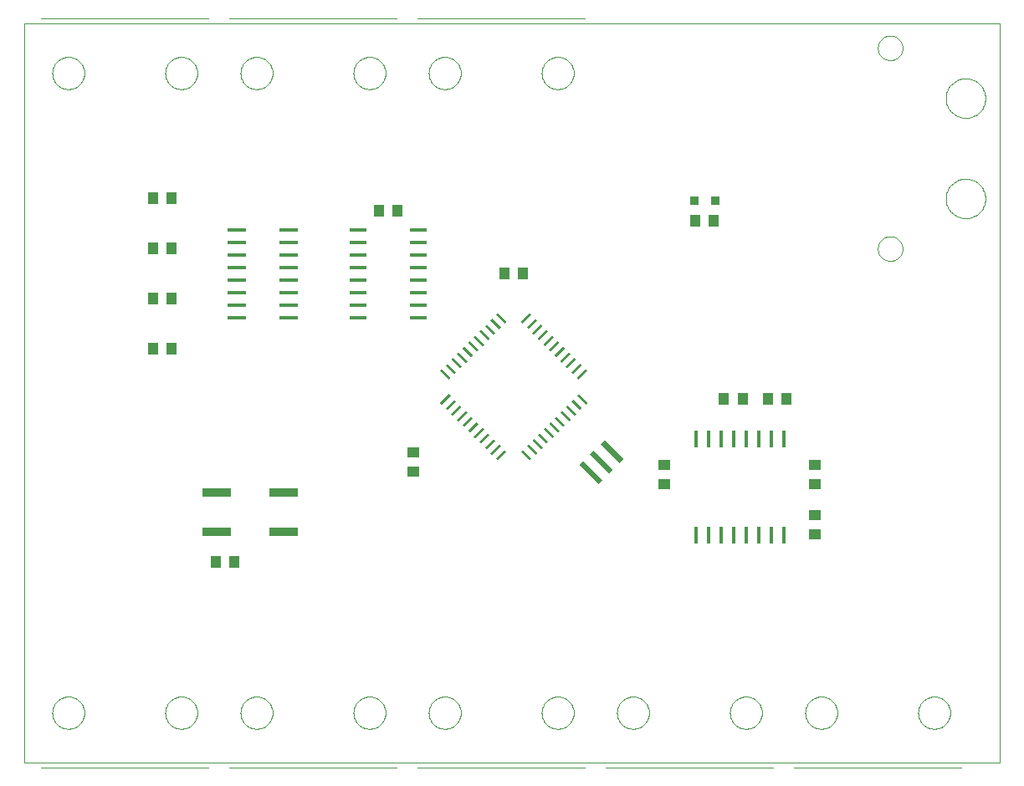
<source format=gtp>
G75*
%MOIN*%
%OFA0B0*%
%FSLAX24Y24*%
%IPPOS*%
%LPD*%
%AMOC8*
5,1,8,0,0,1.08239X$1,22.5*
%
%ADD10C,0.0000*%
%ADD11R,0.1081X0.0215*%
%ADD12R,0.0160X0.0700*%
%ADD13R,0.0491X0.0412*%
%ADD14R,0.0412X0.0491*%
%ADD15R,0.0700X0.0160*%
%ADD16R,0.1160X0.0372*%
%ADD17C,0.0004*%
%ADD18R,0.0491X0.0097*%
%ADD19R,0.0097X0.0491*%
%ADD20R,0.0766X0.0136*%
%ADD21R,0.0372X0.0372*%
D10*
X000150Y001204D02*
X000150Y030700D01*
X039020Y030700D01*
X039020Y001204D01*
X000150Y001204D01*
X001260Y003204D02*
X001262Y003254D01*
X001268Y003304D01*
X001278Y003353D01*
X001291Y003402D01*
X001309Y003449D01*
X001330Y003495D01*
X001354Y003538D01*
X001382Y003580D01*
X001413Y003620D01*
X001447Y003657D01*
X001484Y003691D01*
X001524Y003722D01*
X001566Y003750D01*
X001609Y003774D01*
X001655Y003795D01*
X001702Y003813D01*
X001751Y003826D01*
X001800Y003836D01*
X001850Y003842D01*
X001900Y003844D01*
X001950Y003842D01*
X002000Y003836D01*
X002049Y003826D01*
X002098Y003813D01*
X002145Y003795D01*
X002191Y003774D01*
X002234Y003750D01*
X002276Y003722D01*
X002316Y003691D01*
X002353Y003657D01*
X002387Y003620D01*
X002418Y003580D01*
X002446Y003538D01*
X002470Y003495D01*
X002491Y003449D01*
X002509Y003402D01*
X002522Y003353D01*
X002532Y003304D01*
X002538Y003254D01*
X002540Y003204D01*
X002538Y003154D01*
X002532Y003104D01*
X002522Y003055D01*
X002509Y003006D01*
X002491Y002959D01*
X002470Y002913D01*
X002446Y002870D01*
X002418Y002828D01*
X002387Y002788D01*
X002353Y002751D01*
X002316Y002717D01*
X002276Y002686D01*
X002234Y002658D01*
X002191Y002634D01*
X002145Y002613D01*
X002098Y002595D01*
X002049Y002582D01*
X002000Y002572D01*
X001950Y002566D01*
X001900Y002564D01*
X001850Y002566D01*
X001800Y002572D01*
X001751Y002582D01*
X001702Y002595D01*
X001655Y002613D01*
X001609Y002634D01*
X001566Y002658D01*
X001524Y002686D01*
X001484Y002717D01*
X001447Y002751D01*
X001413Y002788D01*
X001382Y002828D01*
X001354Y002870D01*
X001330Y002913D01*
X001309Y002959D01*
X001291Y003006D01*
X001278Y003055D01*
X001268Y003104D01*
X001262Y003154D01*
X001260Y003204D01*
X005760Y003204D02*
X005762Y003254D01*
X005768Y003304D01*
X005778Y003353D01*
X005791Y003402D01*
X005809Y003449D01*
X005830Y003495D01*
X005854Y003538D01*
X005882Y003580D01*
X005913Y003620D01*
X005947Y003657D01*
X005984Y003691D01*
X006024Y003722D01*
X006066Y003750D01*
X006109Y003774D01*
X006155Y003795D01*
X006202Y003813D01*
X006251Y003826D01*
X006300Y003836D01*
X006350Y003842D01*
X006400Y003844D01*
X006450Y003842D01*
X006500Y003836D01*
X006549Y003826D01*
X006598Y003813D01*
X006645Y003795D01*
X006691Y003774D01*
X006734Y003750D01*
X006776Y003722D01*
X006816Y003691D01*
X006853Y003657D01*
X006887Y003620D01*
X006918Y003580D01*
X006946Y003538D01*
X006970Y003495D01*
X006991Y003449D01*
X007009Y003402D01*
X007022Y003353D01*
X007032Y003304D01*
X007038Y003254D01*
X007040Y003204D01*
X007038Y003154D01*
X007032Y003104D01*
X007022Y003055D01*
X007009Y003006D01*
X006991Y002959D01*
X006970Y002913D01*
X006946Y002870D01*
X006918Y002828D01*
X006887Y002788D01*
X006853Y002751D01*
X006816Y002717D01*
X006776Y002686D01*
X006734Y002658D01*
X006691Y002634D01*
X006645Y002613D01*
X006598Y002595D01*
X006549Y002582D01*
X006500Y002572D01*
X006450Y002566D01*
X006400Y002564D01*
X006350Y002566D01*
X006300Y002572D01*
X006251Y002582D01*
X006202Y002595D01*
X006155Y002613D01*
X006109Y002634D01*
X006066Y002658D01*
X006024Y002686D01*
X005984Y002717D01*
X005947Y002751D01*
X005913Y002788D01*
X005882Y002828D01*
X005854Y002870D01*
X005830Y002913D01*
X005809Y002959D01*
X005791Y003006D01*
X005778Y003055D01*
X005768Y003104D01*
X005762Y003154D01*
X005760Y003204D01*
X008760Y003204D02*
X008762Y003254D01*
X008768Y003304D01*
X008778Y003353D01*
X008791Y003402D01*
X008809Y003449D01*
X008830Y003495D01*
X008854Y003538D01*
X008882Y003580D01*
X008913Y003620D01*
X008947Y003657D01*
X008984Y003691D01*
X009024Y003722D01*
X009066Y003750D01*
X009109Y003774D01*
X009155Y003795D01*
X009202Y003813D01*
X009251Y003826D01*
X009300Y003836D01*
X009350Y003842D01*
X009400Y003844D01*
X009450Y003842D01*
X009500Y003836D01*
X009549Y003826D01*
X009598Y003813D01*
X009645Y003795D01*
X009691Y003774D01*
X009734Y003750D01*
X009776Y003722D01*
X009816Y003691D01*
X009853Y003657D01*
X009887Y003620D01*
X009918Y003580D01*
X009946Y003538D01*
X009970Y003495D01*
X009991Y003449D01*
X010009Y003402D01*
X010022Y003353D01*
X010032Y003304D01*
X010038Y003254D01*
X010040Y003204D01*
X010038Y003154D01*
X010032Y003104D01*
X010022Y003055D01*
X010009Y003006D01*
X009991Y002959D01*
X009970Y002913D01*
X009946Y002870D01*
X009918Y002828D01*
X009887Y002788D01*
X009853Y002751D01*
X009816Y002717D01*
X009776Y002686D01*
X009734Y002658D01*
X009691Y002634D01*
X009645Y002613D01*
X009598Y002595D01*
X009549Y002582D01*
X009500Y002572D01*
X009450Y002566D01*
X009400Y002564D01*
X009350Y002566D01*
X009300Y002572D01*
X009251Y002582D01*
X009202Y002595D01*
X009155Y002613D01*
X009109Y002634D01*
X009066Y002658D01*
X009024Y002686D01*
X008984Y002717D01*
X008947Y002751D01*
X008913Y002788D01*
X008882Y002828D01*
X008854Y002870D01*
X008830Y002913D01*
X008809Y002959D01*
X008791Y003006D01*
X008778Y003055D01*
X008768Y003104D01*
X008762Y003154D01*
X008760Y003204D01*
X013260Y003204D02*
X013262Y003254D01*
X013268Y003304D01*
X013278Y003353D01*
X013291Y003402D01*
X013309Y003449D01*
X013330Y003495D01*
X013354Y003538D01*
X013382Y003580D01*
X013413Y003620D01*
X013447Y003657D01*
X013484Y003691D01*
X013524Y003722D01*
X013566Y003750D01*
X013609Y003774D01*
X013655Y003795D01*
X013702Y003813D01*
X013751Y003826D01*
X013800Y003836D01*
X013850Y003842D01*
X013900Y003844D01*
X013950Y003842D01*
X014000Y003836D01*
X014049Y003826D01*
X014098Y003813D01*
X014145Y003795D01*
X014191Y003774D01*
X014234Y003750D01*
X014276Y003722D01*
X014316Y003691D01*
X014353Y003657D01*
X014387Y003620D01*
X014418Y003580D01*
X014446Y003538D01*
X014470Y003495D01*
X014491Y003449D01*
X014509Y003402D01*
X014522Y003353D01*
X014532Y003304D01*
X014538Y003254D01*
X014540Y003204D01*
X014538Y003154D01*
X014532Y003104D01*
X014522Y003055D01*
X014509Y003006D01*
X014491Y002959D01*
X014470Y002913D01*
X014446Y002870D01*
X014418Y002828D01*
X014387Y002788D01*
X014353Y002751D01*
X014316Y002717D01*
X014276Y002686D01*
X014234Y002658D01*
X014191Y002634D01*
X014145Y002613D01*
X014098Y002595D01*
X014049Y002582D01*
X014000Y002572D01*
X013950Y002566D01*
X013900Y002564D01*
X013850Y002566D01*
X013800Y002572D01*
X013751Y002582D01*
X013702Y002595D01*
X013655Y002613D01*
X013609Y002634D01*
X013566Y002658D01*
X013524Y002686D01*
X013484Y002717D01*
X013447Y002751D01*
X013413Y002788D01*
X013382Y002828D01*
X013354Y002870D01*
X013330Y002913D01*
X013309Y002959D01*
X013291Y003006D01*
X013278Y003055D01*
X013268Y003104D01*
X013262Y003154D01*
X013260Y003204D01*
X016260Y003204D02*
X016262Y003254D01*
X016268Y003304D01*
X016278Y003353D01*
X016291Y003402D01*
X016309Y003449D01*
X016330Y003495D01*
X016354Y003538D01*
X016382Y003580D01*
X016413Y003620D01*
X016447Y003657D01*
X016484Y003691D01*
X016524Y003722D01*
X016566Y003750D01*
X016609Y003774D01*
X016655Y003795D01*
X016702Y003813D01*
X016751Y003826D01*
X016800Y003836D01*
X016850Y003842D01*
X016900Y003844D01*
X016950Y003842D01*
X017000Y003836D01*
X017049Y003826D01*
X017098Y003813D01*
X017145Y003795D01*
X017191Y003774D01*
X017234Y003750D01*
X017276Y003722D01*
X017316Y003691D01*
X017353Y003657D01*
X017387Y003620D01*
X017418Y003580D01*
X017446Y003538D01*
X017470Y003495D01*
X017491Y003449D01*
X017509Y003402D01*
X017522Y003353D01*
X017532Y003304D01*
X017538Y003254D01*
X017540Y003204D01*
X017538Y003154D01*
X017532Y003104D01*
X017522Y003055D01*
X017509Y003006D01*
X017491Y002959D01*
X017470Y002913D01*
X017446Y002870D01*
X017418Y002828D01*
X017387Y002788D01*
X017353Y002751D01*
X017316Y002717D01*
X017276Y002686D01*
X017234Y002658D01*
X017191Y002634D01*
X017145Y002613D01*
X017098Y002595D01*
X017049Y002582D01*
X017000Y002572D01*
X016950Y002566D01*
X016900Y002564D01*
X016850Y002566D01*
X016800Y002572D01*
X016751Y002582D01*
X016702Y002595D01*
X016655Y002613D01*
X016609Y002634D01*
X016566Y002658D01*
X016524Y002686D01*
X016484Y002717D01*
X016447Y002751D01*
X016413Y002788D01*
X016382Y002828D01*
X016354Y002870D01*
X016330Y002913D01*
X016309Y002959D01*
X016291Y003006D01*
X016278Y003055D01*
X016268Y003104D01*
X016262Y003154D01*
X016260Y003204D01*
X020760Y003204D02*
X020762Y003254D01*
X020768Y003304D01*
X020778Y003353D01*
X020791Y003402D01*
X020809Y003449D01*
X020830Y003495D01*
X020854Y003538D01*
X020882Y003580D01*
X020913Y003620D01*
X020947Y003657D01*
X020984Y003691D01*
X021024Y003722D01*
X021066Y003750D01*
X021109Y003774D01*
X021155Y003795D01*
X021202Y003813D01*
X021251Y003826D01*
X021300Y003836D01*
X021350Y003842D01*
X021400Y003844D01*
X021450Y003842D01*
X021500Y003836D01*
X021549Y003826D01*
X021598Y003813D01*
X021645Y003795D01*
X021691Y003774D01*
X021734Y003750D01*
X021776Y003722D01*
X021816Y003691D01*
X021853Y003657D01*
X021887Y003620D01*
X021918Y003580D01*
X021946Y003538D01*
X021970Y003495D01*
X021991Y003449D01*
X022009Y003402D01*
X022022Y003353D01*
X022032Y003304D01*
X022038Y003254D01*
X022040Y003204D01*
X022038Y003154D01*
X022032Y003104D01*
X022022Y003055D01*
X022009Y003006D01*
X021991Y002959D01*
X021970Y002913D01*
X021946Y002870D01*
X021918Y002828D01*
X021887Y002788D01*
X021853Y002751D01*
X021816Y002717D01*
X021776Y002686D01*
X021734Y002658D01*
X021691Y002634D01*
X021645Y002613D01*
X021598Y002595D01*
X021549Y002582D01*
X021500Y002572D01*
X021450Y002566D01*
X021400Y002564D01*
X021350Y002566D01*
X021300Y002572D01*
X021251Y002582D01*
X021202Y002595D01*
X021155Y002613D01*
X021109Y002634D01*
X021066Y002658D01*
X021024Y002686D01*
X020984Y002717D01*
X020947Y002751D01*
X020913Y002788D01*
X020882Y002828D01*
X020854Y002870D01*
X020830Y002913D01*
X020809Y002959D01*
X020791Y003006D01*
X020778Y003055D01*
X020768Y003104D01*
X020762Y003154D01*
X020760Y003204D01*
X023760Y003204D02*
X023762Y003254D01*
X023768Y003304D01*
X023778Y003353D01*
X023791Y003402D01*
X023809Y003449D01*
X023830Y003495D01*
X023854Y003538D01*
X023882Y003580D01*
X023913Y003620D01*
X023947Y003657D01*
X023984Y003691D01*
X024024Y003722D01*
X024066Y003750D01*
X024109Y003774D01*
X024155Y003795D01*
X024202Y003813D01*
X024251Y003826D01*
X024300Y003836D01*
X024350Y003842D01*
X024400Y003844D01*
X024450Y003842D01*
X024500Y003836D01*
X024549Y003826D01*
X024598Y003813D01*
X024645Y003795D01*
X024691Y003774D01*
X024734Y003750D01*
X024776Y003722D01*
X024816Y003691D01*
X024853Y003657D01*
X024887Y003620D01*
X024918Y003580D01*
X024946Y003538D01*
X024970Y003495D01*
X024991Y003449D01*
X025009Y003402D01*
X025022Y003353D01*
X025032Y003304D01*
X025038Y003254D01*
X025040Y003204D01*
X025038Y003154D01*
X025032Y003104D01*
X025022Y003055D01*
X025009Y003006D01*
X024991Y002959D01*
X024970Y002913D01*
X024946Y002870D01*
X024918Y002828D01*
X024887Y002788D01*
X024853Y002751D01*
X024816Y002717D01*
X024776Y002686D01*
X024734Y002658D01*
X024691Y002634D01*
X024645Y002613D01*
X024598Y002595D01*
X024549Y002582D01*
X024500Y002572D01*
X024450Y002566D01*
X024400Y002564D01*
X024350Y002566D01*
X024300Y002572D01*
X024251Y002582D01*
X024202Y002595D01*
X024155Y002613D01*
X024109Y002634D01*
X024066Y002658D01*
X024024Y002686D01*
X023984Y002717D01*
X023947Y002751D01*
X023913Y002788D01*
X023882Y002828D01*
X023854Y002870D01*
X023830Y002913D01*
X023809Y002959D01*
X023791Y003006D01*
X023778Y003055D01*
X023768Y003104D01*
X023762Y003154D01*
X023760Y003204D01*
X028260Y003204D02*
X028262Y003254D01*
X028268Y003304D01*
X028278Y003353D01*
X028291Y003402D01*
X028309Y003449D01*
X028330Y003495D01*
X028354Y003538D01*
X028382Y003580D01*
X028413Y003620D01*
X028447Y003657D01*
X028484Y003691D01*
X028524Y003722D01*
X028566Y003750D01*
X028609Y003774D01*
X028655Y003795D01*
X028702Y003813D01*
X028751Y003826D01*
X028800Y003836D01*
X028850Y003842D01*
X028900Y003844D01*
X028950Y003842D01*
X029000Y003836D01*
X029049Y003826D01*
X029098Y003813D01*
X029145Y003795D01*
X029191Y003774D01*
X029234Y003750D01*
X029276Y003722D01*
X029316Y003691D01*
X029353Y003657D01*
X029387Y003620D01*
X029418Y003580D01*
X029446Y003538D01*
X029470Y003495D01*
X029491Y003449D01*
X029509Y003402D01*
X029522Y003353D01*
X029532Y003304D01*
X029538Y003254D01*
X029540Y003204D01*
X029538Y003154D01*
X029532Y003104D01*
X029522Y003055D01*
X029509Y003006D01*
X029491Y002959D01*
X029470Y002913D01*
X029446Y002870D01*
X029418Y002828D01*
X029387Y002788D01*
X029353Y002751D01*
X029316Y002717D01*
X029276Y002686D01*
X029234Y002658D01*
X029191Y002634D01*
X029145Y002613D01*
X029098Y002595D01*
X029049Y002582D01*
X029000Y002572D01*
X028950Y002566D01*
X028900Y002564D01*
X028850Y002566D01*
X028800Y002572D01*
X028751Y002582D01*
X028702Y002595D01*
X028655Y002613D01*
X028609Y002634D01*
X028566Y002658D01*
X028524Y002686D01*
X028484Y002717D01*
X028447Y002751D01*
X028413Y002788D01*
X028382Y002828D01*
X028354Y002870D01*
X028330Y002913D01*
X028309Y002959D01*
X028291Y003006D01*
X028278Y003055D01*
X028268Y003104D01*
X028262Y003154D01*
X028260Y003204D01*
X031260Y003204D02*
X031262Y003254D01*
X031268Y003304D01*
X031278Y003353D01*
X031291Y003402D01*
X031309Y003449D01*
X031330Y003495D01*
X031354Y003538D01*
X031382Y003580D01*
X031413Y003620D01*
X031447Y003657D01*
X031484Y003691D01*
X031524Y003722D01*
X031566Y003750D01*
X031609Y003774D01*
X031655Y003795D01*
X031702Y003813D01*
X031751Y003826D01*
X031800Y003836D01*
X031850Y003842D01*
X031900Y003844D01*
X031950Y003842D01*
X032000Y003836D01*
X032049Y003826D01*
X032098Y003813D01*
X032145Y003795D01*
X032191Y003774D01*
X032234Y003750D01*
X032276Y003722D01*
X032316Y003691D01*
X032353Y003657D01*
X032387Y003620D01*
X032418Y003580D01*
X032446Y003538D01*
X032470Y003495D01*
X032491Y003449D01*
X032509Y003402D01*
X032522Y003353D01*
X032532Y003304D01*
X032538Y003254D01*
X032540Y003204D01*
X032538Y003154D01*
X032532Y003104D01*
X032522Y003055D01*
X032509Y003006D01*
X032491Y002959D01*
X032470Y002913D01*
X032446Y002870D01*
X032418Y002828D01*
X032387Y002788D01*
X032353Y002751D01*
X032316Y002717D01*
X032276Y002686D01*
X032234Y002658D01*
X032191Y002634D01*
X032145Y002613D01*
X032098Y002595D01*
X032049Y002582D01*
X032000Y002572D01*
X031950Y002566D01*
X031900Y002564D01*
X031850Y002566D01*
X031800Y002572D01*
X031751Y002582D01*
X031702Y002595D01*
X031655Y002613D01*
X031609Y002634D01*
X031566Y002658D01*
X031524Y002686D01*
X031484Y002717D01*
X031447Y002751D01*
X031413Y002788D01*
X031382Y002828D01*
X031354Y002870D01*
X031330Y002913D01*
X031309Y002959D01*
X031291Y003006D01*
X031278Y003055D01*
X031268Y003104D01*
X031262Y003154D01*
X031260Y003204D01*
X035760Y003204D02*
X035762Y003254D01*
X035768Y003304D01*
X035778Y003353D01*
X035791Y003402D01*
X035809Y003449D01*
X035830Y003495D01*
X035854Y003538D01*
X035882Y003580D01*
X035913Y003620D01*
X035947Y003657D01*
X035984Y003691D01*
X036024Y003722D01*
X036066Y003750D01*
X036109Y003774D01*
X036155Y003795D01*
X036202Y003813D01*
X036251Y003826D01*
X036300Y003836D01*
X036350Y003842D01*
X036400Y003844D01*
X036450Y003842D01*
X036500Y003836D01*
X036549Y003826D01*
X036598Y003813D01*
X036645Y003795D01*
X036691Y003774D01*
X036734Y003750D01*
X036776Y003722D01*
X036816Y003691D01*
X036853Y003657D01*
X036887Y003620D01*
X036918Y003580D01*
X036946Y003538D01*
X036970Y003495D01*
X036991Y003449D01*
X037009Y003402D01*
X037022Y003353D01*
X037032Y003304D01*
X037038Y003254D01*
X037040Y003204D01*
X037038Y003154D01*
X037032Y003104D01*
X037022Y003055D01*
X037009Y003006D01*
X036991Y002959D01*
X036970Y002913D01*
X036946Y002870D01*
X036918Y002828D01*
X036887Y002788D01*
X036853Y002751D01*
X036816Y002717D01*
X036776Y002686D01*
X036734Y002658D01*
X036691Y002634D01*
X036645Y002613D01*
X036598Y002595D01*
X036549Y002582D01*
X036500Y002572D01*
X036450Y002566D01*
X036400Y002564D01*
X036350Y002566D01*
X036300Y002572D01*
X036251Y002582D01*
X036202Y002595D01*
X036155Y002613D01*
X036109Y002634D01*
X036066Y002658D01*
X036024Y002686D01*
X035984Y002717D01*
X035947Y002751D01*
X035913Y002788D01*
X035882Y002828D01*
X035854Y002870D01*
X035830Y002913D01*
X035809Y002959D01*
X035791Y003006D01*
X035778Y003055D01*
X035768Y003104D01*
X035762Y003154D01*
X035760Y003204D01*
X034158Y021704D02*
X034160Y021748D01*
X034166Y021792D01*
X034176Y021835D01*
X034189Y021877D01*
X034207Y021917D01*
X034228Y021956D01*
X034252Y021993D01*
X034279Y022028D01*
X034310Y022060D01*
X034343Y022089D01*
X034379Y022115D01*
X034417Y022137D01*
X034457Y022156D01*
X034498Y022172D01*
X034541Y022184D01*
X034584Y022192D01*
X034628Y022196D01*
X034672Y022196D01*
X034716Y022192D01*
X034759Y022184D01*
X034802Y022172D01*
X034843Y022156D01*
X034883Y022137D01*
X034921Y022115D01*
X034957Y022089D01*
X034990Y022060D01*
X035021Y022028D01*
X035048Y021993D01*
X035072Y021956D01*
X035093Y021917D01*
X035111Y021877D01*
X035124Y021835D01*
X035134Y021792D01*
X035140Y021748D01*
X035142Y021704D01*
X035140Y021660D01*
X035134Y021616D01*
X035124Y021573D01*
X035111Y021531D01*
X035093Y021491D01*
X035072Y021452D01*
X035048Y021415D01*
X035021Y021380D01*
X034990Y021348D01*
X034957Y021319D01*
X034921Y021293D01*
X034883Y021271D01*
X034843Y021252D01*
X034802Y021236D01*
X034759Y021224D01*
X034716Y021216D01*
X034672Y021212D01*
X034628Y021212D01*
X034584Y021216D01*
X034541Y021224D01*
X034498Y021236D01*
X034457Y021252D01*
X034417Y021271D01*
X034379Y021293D01*
X034343Y021319D01*
X034310Y021348D01*
X034279Y021380D01*
X034252Y021415D01*
X034228Y021452D01*
X034207Y021491D01*
X034189Y021531D01*
X034176Y021573D01*
X034166Y021616D01*
X034160Y021660D01*
X034158Y021704D01*
X036863Y023704D02*
X036865Y023760D01*
X036871Y023815D01*
X036881Y023869D01*
X036894Y023923D01*
X036912Y023976D01*
X036933Y024027D01*
X036957Y024077D01*
X036985Y024125D01*
X037017Y024171D01*
X037051Y024215D01*
X037089Y024256D01*
X037129Y024294D01*
X037172Y024329D01*
X037217Y024361D01*
X037265Y024390D01*
X037314Y024416D01*
X037365Y024438D01*
X037417Y024456D01*
X037471Y024470D01*
X037526Y024481D01*
X037581Y024488D01*
X037636Y024491D01*
X037692Y024490D01*
X037747Y024485D01*
X037802Y024476D01*
X037856Y024464D01*
X037909Y024447D01*
X037961Y024427D01*
X038011Y024403D01*
X038059Y024376D01*
X038106Y024346D01*
X038150Y024312D01*
X038192Y024275D01*
X038230Y024235D01*
X038267Y024193D01*
X038300Y024148D01*
X038329Y024102D01*
X038356Y024053D01*
X038378Y024002D01*
X038398Y023950D01*
X038413Y023896D01*
X038425Y023842D01*
X038433Y023787D01*
X038437Y023732D01*
X038437Y023676D01*
X038433Y023621D01*
X038425Y023566D01*
X038413Y023512D01*
X038398Y023458D01*
X038378Y023406D01*
X038356Y023355D01*
X038329Y023306D01*
X038300Y023260D01*
X038267Y023215D01*
X038230Y023173D01*
X038192Y023133D01*
X038150Y023096D01*
X038106Y023062D01*
X038059Y023032D01*
X038011Y023005D01*
X037961Y022981D01*
X037909Y022961D01*
X037856Y022944D01*
X037802Y022932D01*
X037747Y022923D01*
X037692Y022918D01*
X037636Y022917D01*
X037581Y022920D01*
X037526Y022927D01*
X037471Y022938D01*
X037417Y022952D01*
X037365Y022970D01*
X037314Y022992D01*
X037265Y023018D01*
X037217Y023047D01*
X037172Y023079D01*
X037129Y023114D01*
X037089Y023152D01*
X037051Y023193D01*
X037017Y023237D01*
X036985Y023283D01*
X036957Y023331D01*
X036933Y023381D01*
X036912Y023432D01*
X036894Y023485D01*
X036881Y023539D01*
X036871Y023593D01*
X036865Y023648D01*
X036863Y023704D01*
X036863Y027704D02*
X036865Y027760D01*
X036871Y027815D01*
X036881Y027869D01*
X036894Y027923D01*
X036912Y027976D01*
X036933Y028027D01*
X036957Y028077D01*
X036985Y028125D01*
X037017Y028171D01*
X037051Y028215D01*
X037089Y028256D01*
X037129Y028294D01*
X037172Y028329D01*
X037217Y028361D01*
X037265Y028390D01*
X037314Y028416D01*
X037365Y028438D01*
X037417Y028456D01*
X037471Y028470D01*
X037526Y028481D01*
X037581Y028488D01*
X037636Y028491D01*
X037692Y028490D01*
X037747Y028485D01*
X037802Y028476D01*
X037856Y028464D01*
X037909Y028447D01*
X037961Y028427D01*
X038011Y028403D01*
X038059Y028376D01*
X038106Y028346D01*
X038150Y028312D01*
X038192Y028275D01*
X038230Y028235D01*
X038267Y028193D01*
X038300Y028148D01*
X038329Y028102D01*
X038356Y028053D01*
X038378Y028002D01*
X038398Y027950D01*
X038413Y027896D01*
X038425Y027842D01*
X038433Y027787D01*
X038437Y027732D01*
X038437Y027676D01*
X038433Y027621D01*
X038425Y027566D01*
X038413Y027512D01*
X038398Y027458D01*
X038378Y027406D01*
X038356Y027355D01*
X038329Y027306D01*
X038300Y027260D01*
X038267Y027215D01*
X038230Y027173D01*
X038192Y027133D01*
X038150Y027096D01*
X038106Y027062D01*
X038059Y027032D01*
X038011Y027005D01*
X037961Y026981D01*
X037909Y026961D01*
X037856Y026944D01*
X037802Y026932D01*
X037747Y026923D01*
X037692Y026918D01*
X037636Y026917D01*
X037581Y026920D01*
X037526Y026927D01*
X037471Y026938D01*
X037417Y026952D01*
X037365Y026970D01*
X037314Y026992D01*
X037265Y027018D01*
X037217Y027047D01*
X037172Y027079D01*
X037129Y027114D01*
X037089Y027152D01*
X037051Y027193D01*
X037017Y027237D01*
X036985Y027283D01*
X036957Y027331D01*
X036933Y027381D01*
X036912Y027432D01*
X036894Y027485D01*
X036881Y027539D01*
X036871Y027593D01*
X036865Y027648D01*
X036863Y027704D01*
X034158Y029704D02*
X034160Y029748D01*
X034166Y029792D01*
X034176Y029835D01*
X034189Y029877D01*
X034207Y029917D01*
X034228Y029956D01*
X034252Y029993D01*
X034279Y030028D01*
X034310Y030060D01*
X034343Y030089D01*
X034379Y030115D01*
X034417Y030137D01*
X034457Y030156D01*
X034498Y030172D01*
X034541Y030184D01*
X034584Y030192D01*
X034628Y030196D01*
X034672Y030196D01*
X034716Y030192D01*
X034759Y030184D01*
X034802Y030172D01*
X034843Y030156D01*
X034883Y030137D01*
X034921Y030115D01*
X034957Y030089D01*
X034990Y030060D01*
X035021Y030028D01*
X035048Y029993D01*
X035072Y029956D01*
X035093Y029917D01*
X035111Y029877D01*
X035124Y029835D01*
X035134Y029792D01*
X035140Y029748D01*
X035142Y029704D01*
X035140Y029660D01*
X035134Y029616D01*
X035124Y029573D01*
X035111Y029531D01*
X035093Y029491D01*
X035072Y029452D01*
X035048Y029415D01*
X035021Y029380D01*
X034990Y029348D01*
X034957Y029319D01*
X034921Y029293D01*
X034883Y029271D01*
X034843Y029252D01*
X034802Y029236D01*
X034759Y029224D01*
X034716Y029216D01*
X034672Y029212D01*
X034628Y029212D01*
X034584Y029216D01*
X034541Y029224D01*
X034498Y029236D01*
X034457Y029252D01*
X034417Y029271D01*
X034379Y029293D01*
X034343Y029319D01*
X034310Y029348D01*
X034279Y029380D01*
X034252Y029415D01*
X034228Y029452D01*
X034207Y029491D01*
X034189Y029531D01*
X034176Y029573D01*
X034166Y029616D01*
X034160Y029660D01*
X034158Y029704D01*
X020760Y028704D02*
X020762Y028754D01*
X020768Y028804D01*
X020778Y028853D01*
X020791Y028902D01*
X020809Y028949D01*
X020830Y028995D01*
X020854Y029038D01*
X020882Y029080D01*
X020913Y029120D01*
X020947Y029157D01*
X020984Y029191D01*
X021024Y029222D01*
X021066Y029250D01*
X021109Y029274D01*
X021155Y029295D01*
X021202Y029313D01*
X021251Y029326D01*
X021300Y029336D01*
X021350Y029342D01*
X021400Y029344D01*
X021450Y029342D01*
X021500Y029336D01*
X021549Y029326D01*
X021598Y029313D01*
X021645Y029295D01*
X021691Y029274D01*
X021734Y029250D01*
X021776Y029222D01*
X021816Y029191D01*
X021853Y029157D01*
X021887Y029120D01*
X021918Y029080D01*
X021946Y029038D01*
X021970Y028995D01*
X021991Y028949D01*
X022009Y028902D01*
X022022Y028853D01*
X022032Y028804D01*
X022038Y028754D01*
X022040Y028704D01*
X022038Y028654D01*
X022032Y028604D01*
X022022Y028555D01*
X022009Y028506D01*
X021991Y028459D01*
X021970Y028413D01*
X021946Y028370D01*
X021918Y028328D01*
X021887Y028288D01*
X021853Y028251D01*
X021816Y028217D01*
X021776Y028186D01*
X021734Y028158D01*
X021691Y028134D01*
X021645Y028113D01*
X021598Y028095D01*
X021549Y028082D01*
X021500Y028072D01*
X021450Y028066D01*
X021400Y028064D01*
X021350Y028066D01*
X021300Y028072D01*
X021251Y028082D01*
X021202Y028095D01*
X021155Y028113D01*
X021109Y028134D01*
X021066Y028158D01*
X021024Y028186D01*
X020984Y028217D01*
X020947Y028251D01*
X020913Y028288D01*
X020882Y028328D01*
X020854Y028370D01*
X020830Y028413D01*
X020809Y028459D01*
X020791Y028506D01*
X020778Y028555D01*
X020768Y028604D01*
X020762Y028654D01*
X020760Y028704D01*
X016260Y028704D02*
X016262Y028754D01*
X016268Y028804D01*
X016278Y028853D01*
X016291Y028902D01*
X016309Y028949D01*
X016330Y028995D01*
X016354Y029038D01*
X016382Y029080D01*
X016413Y029120D01*
X016447Y029157D01*
X016484Y029191D01*
X016524Y029222D01*
X016566Y029250D01*
X016609Y029274D01*
X016655Y029295D01*
X016702Y029313D01*
X016751Y029326D01*
X016800Y029336D01*
X016850Y029342D01*
X016900Y029344D01*
X016950Y029342D01*
X017000Y029336D01*
X017049Y029326D01*
X017098Y029313D01*
X017145Y029295D01*
X017191Y029274D01*
X017234Y029250D01*
X017276Y029222D01*
X017316Y029191D01*
X017353Y029157D01*
X017387Y029120D01*
X017418Y029080D01*
X017446Y029038D01*
X017470Y028995D01*
X017491Y028949D01*
X017509Y028902D01*
X017522Y028853D01*
X017532Y028804D01*
X017538Y028754D01*
X017540Y028704D01*
X017538Y028654D01*
X017532Y028604D01*
X017522Y028555D01*
X017509Y028506D01*
X017491Y028459D01*
X017470Y028413D01*
X017446Y028370D01*
X017418Y028328D01*
X017387Y028288D01*
X017353Y028251D01*
X017316Y028217D01*
X017276Y028186D01*
X017234Y028158D01*
X017191Y028134D01*
X017145Y028113D01*
X017098Y028095D01*
X017049Y028082D01*
X017000Y028072D01*
X016950Y028066D01*
X016900Y028064D01*
X016850Y028066D01*
X016800Y028072D01*
X016751Y028082D01*
X016702Y028095D01*
X016655Y028113D01*
X016609Y028134D01*
X016566Y028158D01*
X016524Y028186D01*
X016484Y028217D01*
X016447Y028251D01*
X016413Y028288D01*
X016382Y028328D01*
X016354Y028370D01*
X016330Y028413D01*
X016309Y028459D01*
X016291Y028506D01*
X016278Y028555D01*
X016268Y028604D01*
X016262Y028654D01*
X016260Y028704D01*
X013260Y028704D02*
X013262Y028754D01*
X013268Y028804D01*
X013278Y028853D01*
X013291Y028902D01*
X013309Y028949D01*
X013330Y028995D01*
X013354Y029038D01*
X013382Y029080D01*
X013413Y029120D01*
X013447Y029157D01*
X013484Y029191D01*
X013524Y029222D01*
X013566Y029250D01*
X013609Y029274D01*
X013655Y029295D01*
X013702Y029313D01*
X013751Y029326D01*
X013800Y029336D01*
X013850Y029342D01*
X013900Y029344D01*
X013950Y029342D01*
X014000Y029336D01*
X014049Y029326D01*
X014098Y029313D01*
X014145Y029295D01*
X014191Y029274D01*
X014234Y029250D01*
X014276Y029222D01*
X014316Y029191D01*
X014353Y029157D01*
X014387Y029120D01*
X014418Y029080D01*
X014446Y029038D01*
X014470Y028995D01*
X014491Y028949D01*
X014509Y028902D01*
X014522Y028853D01*
X014532Y028804D01*
X014538Y028754D01*
X014540Y028704D01*
X014538Y028654D01*
X014532Y028604D01*
X014522Y028555D01*
X014509Y028506D01*
X014491Y028459D01*
X014470Y028413D01*
X014446Y028370D01*
X014418Y028328D01*
X014387Y028288D01*
X014353Y028251D01*
X014316Y028217D01*
X014276Y028186D01*
X014234Y028158D01*
X014191Y028134D01*
X014145Y028113D01*
X014098Y028095D01*
X014049Y028082D01*
X014000Y028072D01*
X013950Y028066D01*
X013900Y028064D01*
X013850Y028066D01*
X013800Y028072D01*
X013751Y028082D01*
X013702Y028095D01*
X013655Y028113D01*
X013609Y028134D01*
X013566Y028158D01*
X013524Y028186D01*
X013484Y028217D01*
X013447Y028251D01*
X013413Y028288D01*
X013382Y028328D01*
X013354Y028370D01*
X013330Y028413D01*
X013309Y028459D01*
X013291Y028506D01*
X013278Y028555D01*
X013268Y028604D01*
X013262Y028654D01*
X013260Y028704D01*
X008760Y028704D02*
X008762Y028754D01*
X008768Y028804D01*
X008778Y028853D01*
X008791Y028902D01*
X008809Y028949D01*
X008830Y028995D01*
X008854Y029038D01*
X008882Y029080D01*
X008913Y029120D01*
X008947Y029157D01*
X008984Y029191D01*
X009024Y029222D01*
X009066Y029250D01*
X009109Y029274D01*
X009155Y029295D01*
X009202Y029313D01*
X009251Y029326D01*
X009300Y029336D01*
X009350Y029342D01*
X009400Y029344D01*
X009450Y029342D01*
X009500Y029336D01*
X009549Y029326D01*
X009598Y029313D01*
X009645Y029295D01*
X009691Y029274D01*
X009734Y029250D01*
X009776Y029222D01*
X009816Y029191D01*
X009853Y029157D01*
X009887Y029120D01*
X009918Y029080D01*
X009946Y029038D01*
X009970Y028995D01*
X009991Y028949D01*
X010009Y028902D01*
X010022Y028853D01*
X010032Y028804D01*
X010038Y028754D01*
X010040Y028704D01*
X010038Y028654D01*
X010032Y028604D01*
X010022Y028555D01*
X010009Y028506D01*
X009991Y028459D01*
X009970Y028413D01*
X009946Y028370D01*
X009918Y028328D01*
X009887Y028288D01*
X009853Y028251D01*
X009816Y028217D01*
X009776Y028186D01*
X009734Y028158D01*
X009691Y028134D01*
X009645Y028113D01*
X009598Y028095D01*
X009549Y028082D01*
X009500Y028072D01*
X009450Y028066D01*
X009400Y028064D01*
X009350Y028066D01*
X009300Y028072D01*
X009251Y028082D01*
X009202Y028095D01*
X009155Y028113D01*
X009109Y028134D01*
X009066Y028158D01*
X009024Y028186D01*
X008984Y028217D01*
X008947Y028251D01*
X008913Y028288D01*
X008882Y028328D01*
X008854Y028370D01*
X008830Y028413D01*
X008809Y028459D01*
X008791Y028506D01*
X008778Y028555D01*
X008768Y028604D01*
X008762Y028654D01*
X008760Y028704D01*
X005760Y028704D02*
X005762Y028754D01*
X005768Y028804D01*
X005778Y028853D01*
X005791Y028902D01*
X005809Y028949D01*
X005830Y028995D01*
X005854Y029038D01*
X005882Y029080D01*
X005913Y029120D01*
X005947Y029157D01*
X005984Y029191D01*
X006024Y029222D01*
X006066Y029250D01*
X006109Y029274D01*
X006155Y029295D01*
X006202Y029313D01*
X006251Y029326D01*
X006300Y029336D01*
X006350Y029342D01*
X006400Y029344D01*
X006450Y029342D01*
X006500Y029336D01*
X006549Y029326D01*
X006598Y029313D01*
X006645Y029295D01*
X006691Y029274D01*
X006734Y029250D01*
X006776Y029222D01*
X006816Y029191D01*
X006853Y029157D01*
X006887Y029120D01*
X006918Y029080D01*
X006946Y029038D01*
X006970Y028995D01*
X006991Y028949D01*
X007009Y028902D01*
X007022Y028853D01*
X007032Y028804D01*
X007038Y028754D01*
X007040Y028704D01*
X007038Y028654D01*
X007032Y028604D01*
X007022Y028555D01*
X007009Y028506D01*
X006991Y028459D01*
X006970Y028413D01*
X006946Y028370D01*
X006918Y028328D01*
X006887Y028288D01*
X006853Y028251D01*
X006816Y028217D01*
X006776Y028186D01*
X006734Y028158D01*
X006691Y028134D01*
X006645Y028113D01*
X006598Y028095D01*
X006549Y028082D01*
X006500Y028072D01*
X006450Y028066D01*
X006400Y028064D01*
X006350Y028066D01*
X006300Y028072D01*
X006251Y028082D01*
X006202Y028095D01*
X006155Y028113D01*
X006109Y028134D01*
X006066Y028158D01*
X006024Y028186D01*
X005984Y028217D01*
X005947Y028251D01*
X005913Y028288D01*
X005882Y028328D01*
X005854Y028370D01*
X005830Y028413D01*
X005809Y028459D01*
X005791Y028506D01*
X005778Y028555D01*
X005768Y028604D01*
X005762Y028654D01*
X005760Y028704D01*
X001260Y028704D02*
X001262Y028754D01*
X001268Y028804D01*
X001278Y028853D01*
X001291Y028902D01*
X001309Y028949D01*
X001330Y028995D01*
X001354Y029038D01*
X001382Y029080D01*
X001413Y029120D01*
X001447Y029157D01*
X001484Y029191D01*
X001524Y029222D01*
X001566Y029250D01*
X001609Y029274D01*
X001655Y029295D01*
X001702Y029313D01*
X001751Y029326D01*
X001800Y029336D01*
X001850Y029342D01*
X001900Y029344D01*
X001950Y029342D01*
X002000Y029336D01*
X002049Y029326D01*
X002098Y029313D01*
X002145Y029295D01*
X002191Y029274D01*
X002234Y029250D01*
X002276Y029222D01*
X002316Y029191D01*
X002353Y029157D01*
X002387Y029120D01*
X002418Y029080D01*
X002446Y029038D01*
X002470Y028995D01*
X002491Y028949D01*
X002509Y028902D01*
X002522Y028853D01*
X002532Y028804D01*
X002538Y028754D01*
X002540Y028704D01*
X002538Y028654D01*
X002532Y028604D01*
X002522Y028555D01*
X002509Y028506D01*
X002491Y028459D01*
X002470Y028413D01*
X002446Y028370D01*
X002418Y028328D01*
X002387Y028288D01*
X002353Y028251D01*
X002316Y028217D01*
X002276Y028186D01*
X002234Y028158D01*
X002191Y028134D01*
X002145Y028113D01*
X002098Y028095D01*
X002049Y028082D01*
X002000Y028072D01*
X001950Y028066D01*
X001900Y028064D01*
X001850Y028066D01*
X001800Y028072D01*
X001751Y028082D01*
X001702Y028095D01*
X001655Y028113D01*
X001609Y028134D01*
X001566Y028158D01*
X001524Y028186D01*
X001484Y028217D01*
X001447Y028251D01*
X001413Y028288D01*
X001382Y028328D01*
X001354Y028370D01*
X001330Y028413D01*
X001309Y028459D01*
X001291Y028506D01*
X001278Y028555D01*
X001268Y028604D01*
X001262Y028654D01*
X001260Y028704D01*
D11*
G36*
X022426Y013243D02*
X023189Y012480D01*
X023038Y012329D01*
X022275Y013092D01*
X022426Y013243D01*
G37*
G36*
X022844Y013661D02*
X023607Y012898D01*
X023456Y012747D01*
X022693Y013510D01*
X022844Y013661D01*
G37*
G36*
X023262Y014078D02*
X024025Y013315D01*
X023874Y013164D01*
X023111Y013927D01*
X023262Y014078D01*
G37*
D12*
X026900Y014134D03*
X027400Y014134D03*
X027900Y014134D03*
X028400Y014134D03*
X028900Y014134D03*
X029400Y014134D03*
X029900Y014134D03*
X030400Y014134D03*
X030400Y010274D03*
X029900Y010274D03*
X029400Y010274D03*
X028900Y010274D03*
X028400Y010274D03*
X027900Y010274D03*
X027400Y010274D03*
X026900Y010274D03*
D13*
X025650Y012330D03*
X025650Y013078D03*
X031650Y013078D03*
X031650Y012330D03*
X031650Y011078D03*
X031650Y010330D03*
X015650Y012830D03*
X015650Y013578D03*
D14*
X008524Y009204D03*
X007776Y009204D03*
X006024Y017704D03*
X005276Y017704D03*
X005276Y019704D03*
X006024Y019704D03*
X006024Y021704D03*
X005276Y021704D03*
X005276Y023704D03*
X006024Y023704D03*
X014276Y023204D03*
X015024Y023204D03*
X019276Y020704D03*
X020024Y020704D03*
X026876Y022804D03*
X027624Y022804D03*
X028026Y015704D03*
X028774Y015704D03*
X029776Y015704D03*
X030524Y015704D03*
D15*
X015860Y018954D03*
X015860Y019454D03*
X015860Y019954D03*
X015860Y020454D03*
X015860Y020954D03*
X015860Y021454D03*
X015860Y021954D03*
X015860Y022454D03*
X013440Y022454D03*
X013440Y021954D03*
X013440Y021454D03*
X013440Y020954D03*
X013440Y020454D03*
X013440Y019954D03*
X013440Y019454D03*
X013440Y018954D03*
D16*
X010489Y011991D03*
X010489Y010416D03*
X007811Y010416D03*
X007811Y011991D03*
D17*
X007475Y001034D02*
X000825Y001034D01*
X008325Y001034D02*
X014975Y001034D01*
X015825Y001034D02*
X022475Y001034D01*
X023325Y001034D02*
X029975Y001034D01*
X030825Y001034D02*
X037475Y001034D01*
X022475Y030874D02*
X015825Y030874D01*
X014975Y030874D02*
X008325Y030874D01*
X007475Y030874D02*
X000825Y030874D01*
D18*
G36*
X017674Y017803D02*
X018020Y017457D01*
X017952Y017389D01*
X017606Y017735D01*
X017674Y017803D01*
G37*
G36*
X017896Y018025D02*
X018242Y017679D01*
X018174Y017611D01*
X017828Y017957D01*
X017896Y018025D01*
G37*
G36*
X018119Y018248D02*
X018465Y017902D01*
X018397Y017834D01*
X018051Y018180D01*
X018119Y018248D01*
G37*
G36*
X018342Y018471D02*
X018688Y018125D01*
X018620Y018057D01*
X018274Y018403D01*
X018342Y018471D01*
G37*
G36*
X018564Y018694D02*
X018910Y018348D01*
X018842Y018280D01*
X018496Y018626D01*
X018564Y018694D01*
G37*
G36*
X018787Y018916D02*
X019133Y018570D01*
X019065Y018502D01*
X018719Y018848D01*
X018787Y018916D01*
G37*
G36*
X019010Y019139D02*
X019356Y018793D01*
X019288Y018725D01*
X018942Y019071D01*
X019010Y019139D01*
G37*
G36*
X017451Y017580D02*
X017797Y017234D01*
X017729Y017166D01*
X017383Y017512D01*
X017451Y017580D01*
G37*
G36*
X017228Y017357D02*
X017574Y017011D01*
X017506Y016943D01*
X017160Y017289D01*
X017228Y017357D01*
G37*
G36*
X017006Y017135D02*
X017352Y016789D01*
X017284Y016721D01*
X016938Y017067D01*
X017006Y017135D01*
G37*
G36*
X016783Y016912D02*
X017129Y016566D01*
X017061Y016498D01*
X016715Y016844D01*
X016783Y016912D01*
G37*
G36*
X020680Y014351D02*
X021026Y014005D01*
X020958Y013937D01*
X020612Y014283D01*
X020680Y014351D01*
G37*
G36*
X020903Y014573D02*
X021249Y014227D01*
X021181Y014159D01*
X020835Y014505D01*
X020903Y014573D01*
G37*
G36*
X021126Y014796D02*
X021472Y014450D01*
X021404Y014382D01*
X021058Y014728D01*
X021126Y014796D01*
G37*
G36*
X021348Y015019D02*
X021694Y014673D01*
X021626Y014605D01*
X021280Y014951D01*
X021348Y015019D01*
G37*
G36*
X021571Y015242D02*
X021917Y014896D01*
X021849Y014828D01*
X021503Y015174D01*
X021571Y015242D01*
G37*
G36*
X021794Y015464D02*
X022140Y015118D01*
X022072Y015050D01*
X021726Y015396D01*
X021794Y015464D01*
G37*
G36*
X022016Y015687D02*
X022362Y015341D01*
X022294Y015273D01*
X021948Y015619D01*
X022016Y015687D01*
G37*
G36*
X022239Y015910D02*
X022585Y015564D01*
X022517Y015496D01*
X022171Y015842D01*
X022239Y015910D01*
G37*
G36*
X020458Y014128D02*
X020804Y013782D01*
X020736Y013714D01*
X020390Y014060D01*
X020458Y014128D01*
G37*
G36*
X020235Y013905D02*
X020581Y013559D01*
X020513Y013491D01*
X020167Y013837D01*
X020235Y013905D01*
G37*
G36*
X020012Y013683D02*
X020358Y013337D01*
X020290Y013269D01*
X019944Y013615D01*
X020012Y013683D01*
G37*
D19*
G36*
X019288Y013683D02*
X019356Y013615D01*
X019010Y013269D01*
X018942Y013337D01*
X019288Y013683D01*
G37*
G36*
X019065Y013905D02*
X019133Y013837D01*
X018787Y013491D01*
X018719Y013559D01*
X019065Y013905D01*
G37*
G36*
X018842Y014128D02*
X018910Y014060D01*
X018564Y013714D01*
X018496Y013782D01*
X018842Y014128D01*
G37*
G36*
X018620Y014351D02*
X018688Y014283D01*
X018342Y013937D01*
X018274Y014005D01*
X018620Y014351D01*
G37*
G36*
X018397Y014573D02*
X018465Y014505D01*
X018119Y014159D01*
X018051Y014227D01*
X018397Y014573D01*
G37*
G36*
X018174Y014796D02*
X018242Y014728D01*
X017896Y014382D01*
X017828Y014450D01*
X018174Y014796D01*
G37*
G36*
X017952Y015019D02*
X018020Y014951D01*
X017674Y014605D01*
X017606Y014673D01*
X017952Y015019D01*
G37*
G36*
X017729Y015242D02*
X017797Y015174D01*
X017451Y014828D01*
X017383Y014896D01*
X017729Y015242D01*
G37*
G36*
X017506Y015464D02*
X017574Y015396D01*
X017228Y015050D01*
X017160Y015118D01*
X017506Y015464D01*
G37*
G36*
X017284Y015687D02*
X017352Y015619D01*
X017006Y015273D01*
X016938Y015341D01*
X017284Y015687D01*
G37*
G36*
X017061Y015910D02*
X017129Y015842D01*
X016783Y015496D01*
X016715Y015564D01*
X017061Y015910D01*
G37*
G36*
X020513Y018916D02*
X020581Y018848D01*
X020235Y018502D01*
X020167Y018570D01*
X020513Y018916D01*
G37*
G36*
X020290Y019139D02*
X020358Y019071D01*
X020012Y018725D01*
X019944Y018793D01*
X020290Y019139D01*
G37*
G36*
X020736Y018694D02*
X020804Y018626D01*
X020458Y018280D01*
X020390Y018348D01*
X020736Y018694D01*
G37*
G36*
X020958Y018471D02*
X021026Y018403D01*
X020680Y018057D01*
X020612Y018125D01*
X020958Y018471D01*
G37*
G36*
X021181Y018248D02*
X021249Y018180D01*
X020903Y017834D01*
X020835Y017902D01*
X021181Y018248D01*
G37*
G36*
X021404Y018025D02*
X021472Y017957D01*
X021126Y017611D01*
X021058Y017679D01*
X021404Y018025D01*
G37*
G36*
X021626Y017803D02*
X021694Y017735D01*
X021348Y017389D01*
X021280Y017457D01*
X021626Y017803D01*
G37*
G36*
X021849Y017580D02*
X021917Y017512D01*
X021571Y017166D01*
X021503Y017234D01*
X021849Y017580D01*
G37*
G36*
X022072Y017357D02*
X022140Y017289D01*
X021794Y016943D01*
X021726Y017011D01*
X022072Y017357D01*
G37*
G36*
X022294Y017135D02*
X022362Y017067D01*
X022016Y016721D01*
X021948Y016789D01*
X022294Y017135D01*
G37*
G36*
X022517Y016912D02*
X022585Y016844D01*
X022239Y016498D01*
X022171Y016566D01*
X022517Y016912D01*
G37*
D20*
X010674Y018954D03*
X010674Y019454D03*
X010674Y019954D03*
X010674Y020454D03*
X010674Y020954D03*
X010674Y021454D03*
X010674Y021954D03*
X010674Y022454D03*
X008626Y022454D03*
X008626Y021954D03*
X008626Y021454D03*
X008626Y020954D03*
X008626Y020454D03*
X008626Y019954D03*
X008626Y019454D03*
X008626Y018954D03*
D21*
X026837Y023604D03*
X027663Y023604D03*
M02*

</source>
